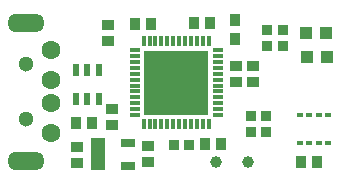
<source format=gts>
G04 Layer_Color=8388736*
%FSLAX25Y25*%
%MOIN*%
G70*
G01*
G75*
%ADD10R,0.03740X0.01181*%
%ADD11R,0.01181X0.03740*%
%ADD12R,0.21654X0.21654*%
%ADD13R,0.02362X0.04331*%
%ADD14R,0.04528X0.02559*%
%ADD15R,0.03347X0.03740*%
%ADD16R,0.03937X0.03937*%
%ADD17R,0.03740X0.03937*%
%ADD18R,0.03937X0.03543*%
%ADD19R,0.01969X0.01575*%
%ADD20R,0.03543X0.03937*%
%ADD21C,0.03937*%
G04:AMPARAMS|DCode=29|XSize=59.06mil|YSize=118.11mil|CornerRadius=20.67mil|HoleSize=0mil|Usage=FLASHONLY|Rotation=270.000|XOffset=0mil|YOffset=0mil|HoleType=Round|Shape=RoundedRectangle|*
%AMROUNDEDRECTD29*
21,1,0.05906,0.07677,0,0,270.0*
21,1,0.01772,0.11811,0,0,270.0*
1,1,0.04134,-0.03839,-0.00886*
1,1,0.04134,-0.03839,0.00886*
1,1,0.04134,0.03839,0.00886*
1,1,0.04134,0.03839,-0.00886*
%
%ADD29ROUNDEDRECTD29*%
%ADD30C,0.06299*%
%ADD31C,0.05118*%
%ADD32C,0.02598*%
%ADD43R,0.05000X0.10500*%
D10*
X74878Y23673D02*
D03*
Y25642D02*
D03*
Y27610D02*
D03*
Y29579D02*
D03*
Y31547D02*
D03*
Y33516D02*
D03*
Y35484D02*
D03*
Y37453D02*
D03*
Y39421D02*
D03*
Y41390D02*
D03*
Y43358D02*
D03*
Y45327D02*
D03*
X47122D02*
D03*
Y43358D02*
D03*
Y41390D02*
D03*
Y39421D02*
D03*
Y37453D02*
D03*
Y35484D02*
D03*
Y33516D02*
D03*
Y31547D02*
D03*
Y29579D02*
D03*
Y27610D02*
D03*
Y25642D02*
D03*
Y23673D02*
D03*
D11*
X71827Y48378D02*
D03*
X69858D02*
D03*
X67890D02*
D03*
X65921D02*
D03*
X63953D02*
D03*
X61984D02*
D03*
X60016D02*
D03*
X58047D02*
D03*
X56079D02*
D03*
X54110D02*
D03*
X52142D02*
D03*
X50173D02*
D03*
Y20622D02*
D03*
X52142D02*
D03*
X54110D02*
D03*
X56079D02*
D03*
X58047D02*
D03*
X60016D02*
D03*
X61984D02*
D03*
X63953D02*
D03*
X65921D02*
D03*
X67890D02*
D03*
X69858D02*
D03*
X71827D02*
D03*
D12*
X61000Y34500D02*
D03*
D13*
X27660Y29176D02*
D03*
X31400D02*
D03*
X35140D02*
D03*
Y38624D02*
D03*
X31400D02*
D03*
X27660D02*
D03*
D14*
X34980Y14240D02*
D03*
Y10500D02*
D03*
Y6760D02*
D03*
X45020D02*
D03*
Y14240D02*
D03*
D15*
X91091Y23500D02*
D03*
X85972D02*
D03*
X65259Y13700D02*
D03*
X60141D02*
D03*
X96459Y52000D02*
D03*
X91341D02*
D03*
X96459Y46600D02*
D03*
X91341D02*
D03*
X91059Y18000D02*
D03*
X85941D02*
D03*
D16*
X111152Y42996D02*
D03*
X104459D02*
D03*
X111052Y51096D02*
D03*
X104359D02*
D03*
D17*
X80700Y55250D02*
D03*
Y48950D02*
D03*
D18*
X38200Y48443D02*
D03*
Y53758D02*
D03*
X51600Y8143D02*
D03*
Y13457D02*
D03*
X28000Y7842D02*
D03*
Y13158D02*
D03*
X81000Y34743D02*
D03*
Y40058D02*
D03*
X86500Y34743D02*
D03*
Y40058D02*
D03*
X39700Y25657D02*
D03*
Y20343D02*
D03*
D19*
X102276Y14276D02*
D03*
X105425D02*
D03*
X108575D02*
D03*
X111724D02*
D03*
Y23724D02*
D03*
X108575D02*
D03*
X105425D02*
D03*
X102276D02*
D03*
D20*
X107957Y8000D02*
D03*
X102643D02*
D03*
X27643Y21200D02*
D03*
X32958D02*
D03*
X66843Y54300D02*
D03*
X72158D02*
D03*
X52758Y53900D02*
D03*
X47442D02*
D03*
X70543Y14200D02*
D03*
X75858D02*
D03*
D21*
X74300Y8100D02*
D03*
X85000D02*
D03*
D29*
X10957Y54532D02*
D03*
Y8468D02*
D03*
D30*
X19224Y17720D02*
D03*
Y27563D02*
D03*
Y35437D02*
D03*
Y45279D02*
D03*
D31*
X10957Y40555D02*
D03*
Y22445D02*
D03*
D32*
X61000Y34500D02*
D03*
X69949Y43449D02*
D03*
X70166Y25292D02*
D03*
X51992Y25252D02*
D03*
X51872Y43827D02*
D03*
D43*
X35000Y10750D02*
D03*
M02*

</source>
